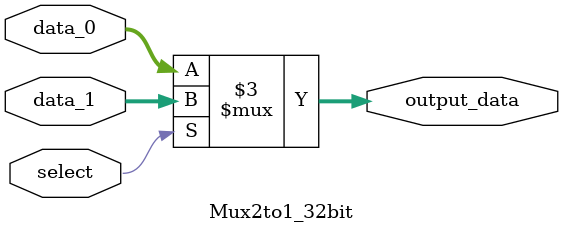
<source format=sv>


module Mux2to1_32bit(
    input logic select,        // Select input (1-bit)
    input logic [31:0] data_0, // Input 0 (32-bit)
    input logic [31:0] data_1, // Input 1 (32-bit)
    output logic [31:0] output_data // Output (32-bit)
);

    always_comb begin
        if (select)
            output_data = data_1; // Select input 1
        else
            output_data = data_0; // Select input 0
    end

endmodule

</source>
